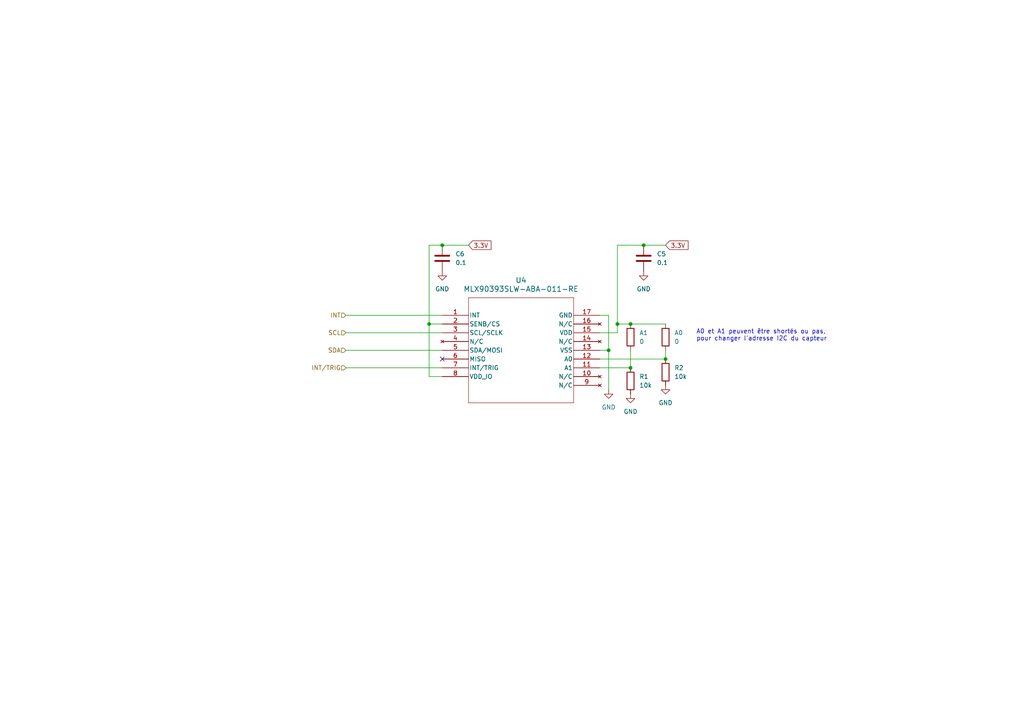
<source format=kicad_sch>
(kicad_sch (version 20230121) (generator eeschema)
  (paper "A4")
  (lib_symbols
    (symbol "Device:C" (pin_numbers hide) (pin_names (offset 0.254))
      (property "Reference" "C" (at 0.635 2.54 0))
      (property "Value" "C" (at 0.635 -2.54 0))
      (symbol "C_0_1"
        (polyline (pts (xy -2.032 -0.762) (xy 2.032 -0.762)) (stroke (width 0.508)))
        (polyline (pts (xy -2.032 0.762) (xy 2.032 0.762)) (stroke (width 0.508)))
      )
      (symbol "C_1_1"
        (pin passive line (at 0 3.81 270) (length 2.794) (name "~") (number "1"))
        (pin passive line (at 0 -3.81 90) (length 2.794) (name "~") (number "2"))
      )
    )
    (symbol "Device:R" (pin_numbers hide) (pin_names (offset 0))
      (property "Reference" "R" (at 2.032 0 90))
      (property "Value" "R" (at 0 0 90))
      (symbol "R_0_1"
        (rectangle (start -1.016 -2.54) (end 1.016 2.54) (stroke (width 0.254)))
      )
      (symbol "R_1_1"
        (pin passive line (at 0 3.81 270) (length 1.27) (name "~") (number "1"))
        (pin passive line (at 0 -3.81 90) (length 1.27) (name "~") (number "2"))
      )
    )
    (symbol "power:GND" (power) (pin_names (offset 0))
      (property "Value" "GND" (at 0 -3.81 0))
      (symbol "GND_0_1"
        (polyline (pts (xy 0 0) (xy 0 -1.27) (xy 1.27 -1.27) (xy 0 -2.54) (xy -1.27 -1.27) (xy 0 -1.27)))
      )
      (symbol "GND_1_1"
        (pin power_in line (at 0 0 270) (length 0) hide (name "GND") (number "1"))
      )
    )
    (symbol "symbol-receiver:MLX90393SLW-ABA-011-RE" (pin_names (offset 0.254))
      (property "Reference" "U" (at 22.86 10.16 0))
      (property "Value" "MLX90393SLW-ABA-011-RE" (at 22.86 7.62 0))
      (symbol "MLX90393SLW-ABA-011-RE_1_1"
        (polyline (pts (xy 7.62 -25.4) (xy 38.1 -25.4)) (stroke (width 0.127)))
        (polyline (pts (xy 7.62 5.08) (xy 7.62 -25.4)) (stroke (width 0.127)))
        (polyline (pts (xy 38.1 -25.4) (xy 38.1 5.08)) (stroke (width 0.127)))
        (polyline (pts (xy 38.1 5.08) (xy 7.62 5.08)) (stroke (width 0.127)))
        (pin output line (at 0 0 0) (length 7.62) (name "INT") (number "1"))
        (pin no_connect line (at 45.72 -17.78 180) (length 7.62) (name "N/C") (number "10"))
        (pin input line (at 45.72 -15.24 180) (length 7.62) (name "A1") (number "11"))
        (pin input line (at 45.72 -12.7 180) (length 7.62) (name "A0") (number "12"))
        (pin power_out line (at 45.72 -10.16 180) (length 7.62) (name "VSS") (number "13"))
        (pin no_connect line (at 45.72 -7.62 180) (length 7.62) (name "N/C") (number "14"))
        (pin power_in line (at 45.72 -5.08 180) (length 7.62) (name "VDD") (number "15"))
        (pin no_connect line (at 45.72 -2.54 180) (length 7.62) (name "N/C") (number "16"))
        (pin power_out line (at 45.72 0 180) (length 7.62) (name "GND") (number "17"))
        (pin input line (at 0 -2.54 0) (length 7.62) (name "SENB/CS") (number "2"))
        (pin input line (at 0 -5.08 0) (length 7.62) (name "SCL/SCLK") (number "3"))
        (pin no_connect line (at 0 -7.62 0) (length 7.62) (name "N/C") (number "4"))
        (pin bidirectional line (at 0 -10.16 0) (length 7.62) (name "SDA/MOSI") (number "5"))
        (pin output line (at 0 -12.7 0) (length 7.62) (name "MISO") (number "6"))
        (pin bidirectional line (at 0 -15.24 0) (length 7.62) (name "INT/TRIG") (number "7"))
        (pin power_in line (at 0 -17.78 0) (length 7.62) (name "VDD_IO") (number "8"))
        (pin no_connect line (at 45.72 -20.32 180) (length 7.62) (name "N/C") (number "9"))
      )
    )
  )
  (junction (at 182.88 93.98))
  (junction (at 176.53 101.6))
  (junction (at 124.46 93.98))
  (junction (at 179.07 93.98))
  (junction (at 128.27 71.12))
  (junction (at 186.69 71.12))
  (junction (at 182.88 106.68))
  (junction (at 193.04 104.14))
  (no_connect (at 128.27 104.14))
  (wire (pts (xy 186.69 71.12) (xy 179.07 71.12)))
  (wire (pts (xy 124.46 93.98) (xy 128.27 93.98)))
  (wire (pts (xy 128.27 109.22) (xy 124.46 109.22)))
  (wire (pts (xy 182.88 93.98) (xy 193.04 93.98)))
  (wire (pts (xy 173.99 96.52) (xy 179.07 96.52)))
  (wire (pts (xy 176.53 101.6) (xy 176.53 113.03)))
  (wire (pts (xy 100.33 96.52) (xy 128.27 96.52)))
  (wire (pts (xy 176.53 91.44) (xy 176.53 101.6)))
  (wire (pts (xy 100.33 91.44) (xy 128.27 91.44)))
  (wire (pts (xy 124.46 93.98) (xy 124.46 71.12)))
  (wire (pts (xy 173.99 106.68) (xy 182.88 106.68)))
  (wire (pts (xy 124.46 71.12) (xy 128.27 71.12)))
  (wire (pts (xy 179.07 96.52) (xy 179.07 93.98)))
  (wire (pts (xy 100.33 106.68) (xy 128.27 106.68)))
  (wire (pts (xy 182.88 101.6) (xy 182.88 106.68)))
  (wire (pts (xy 173.99 101.6) (xy 176.53 101.6)))
  (wire (pts (xy 179.07 93.98) (xy 182.88 93.98)))
  (wire (pts (xy 124.46 109.22) (xy 124.46 93.98)))
  (wire (pts (xy 193.04 71.12) (xy 186.69 71.12)))
  (wire (pts (xy 100.33 101.6) (xy 128.27 101.6)))
  (wire (pts (xy 173.99 104.14) (xy 193.04 104.14)))
  (wire (pts (xy 128.27 71.12) (xy 135.89 71.12)))
  (wire (pts (xy 173.99 91.44) (xy 176.53 91.44)))
  (wire (pts (xy 193.04 101.6) (xy 193.04 104.14)))
  (wire (pts (xy 179.07 71.12) (xy 179.07 93.98)))
  (text "A0 et A1 peuvent être shortés ou pas,\npour changer l'adresse I2C du capteur" (at 201.93 99.06 0) (effects (font (size 1.27 1.27)) (justify left bottom)))
  (global_label "3.3V" (shape input) (at 135.89 71.12 0) (property "Intersheetrefs" "${INTERSHEET_REFS}" (effects hide)))
  (global_label "3.3V" (shape input) (at 193.04 71.12 0) (property "Intersheetrefs" "${INTERSHEET_REFS}" (effects hide)))
  (hierarchical_label "INT" (shape input) (at 100.33 91.44 180))
  (hierarchical_label "SDA" (shape input) (at 100.33 101.6 180))
  (hierarchical_label "INT{slash}TRIG" (shape input) (at 100.33 106.68 180))
  (hierarchical_label "SCL" (shape input) (at 100.33 96.52 180))
  (symbol (lib_id "Device:R") (at 193.04 97.79 0) (unit 1)
    (property "Reference" "A0" (at 195.58 96.52 0) (effects (justify left)))
    (property "Value" "0" (at 195.58 99.06 0) (effects (justify left)))
  )
  (symbol (lib_id "Device:R") (at 182.88 110.49 0) (unit 1)
    (property "Reference" "R1" (at 185.42 109.22 0) (effects (justify left)))
    (property "Value" "10k" (at 185.42 111.76 0) (effects (justify left)))
  )
  (symbol (lib_id "power:GND") (at 186.69 78.74 0) (unit 1)
    (property "Reference" "#PWR010" (effects hide))
    (property "Value" "GND" (at 186.69 83.82 0))
  )
  (symbol (lib_id "power:GND") (at 182.88 114.3 0) (unit 1)
    (property "Reference" "#PWR08" (effects hide))
    (property "Value" "GND" (at 182.88 119.38 0))
  )
  (symbol (lib_id "Device:R") (at 193.04 107.95 0) (unit 1)
    (property "Reference" "R2" (at 195.58 106.68 0) (effects (justify left)))
    (property "Value" "10k" (at 195.58 109.22 0) (effects (justify left)))
  )
  (symbol (lib_id "Device:C") (at 186.69 74.93 0) (unit 1)
    (property "Reference" "C5" (at 190.5 73.66 0) (effects (justify left)))
    (property "Value" "0.1" (at 190.5 76.2 0) (effects (justify left)))
  )
  (symbol (lib_id "power:GND") (at 128.27 78.74 0) (unit 1)
    (property "Reference" "#PWR011" (effects hide))
    (property "Value" "GND" (at 128.27 83.82 0))
  )
  (symbol (lib_id "Device:R") (at 182.88 97.79 0) (unit 1)
    (property "Reference" "A1" (at 185.42 96.52 0) (effects (justify left)))
    (property "Value" "0" (at 185.42 99.06 0) (effects (justify left)))
  )
  (symbol (lib_id "symbol-receiver:MLX90393SLW-ABA-011-RE") (at 128.27 91.44 0) (unit 1)
    (property "Reference" "U4" (at 151.13 81.28 0) (effects (font (size 1.524 1.524))))
    (property "Value" "MLX90393SLW-ABA-011-RE" (at 151.13 83.82 0) (effects (font (size 1.524 1.524))))
    (property "Footprint" "QFN-16_MLX90393_MEL" (effects hide))
    (property "Datasheet" "MLX90393SLW-ABA-011-RE" (effects hide))
  )
  (symbol (lib_id "Device:C") (at 128.27 74.93 0) (unit 1)
    (property "Reference" "C6" (at 132.08 73.66 0) (effects (justify left)))
    (property "Value" "0.1" (at 132.08 76.2 0) (effects (justify left)))
  )
  (symbol (lib_id "power:GND") (at 193.04 111.76 0) (unit 1)
    (property "Reference" "#PWR09" (effects hide))
    (property "Value" "GND" (at 193.04 116.84 0))
  )
  (symbol (lib_id "power:GND") (at 176.53 113.03 0) (unit 1)
    (property "Reference" "#PWR07" (effects hide))
    (property "Value" "GND" (at 176.53 118.11 0))
  )
)
</source>
